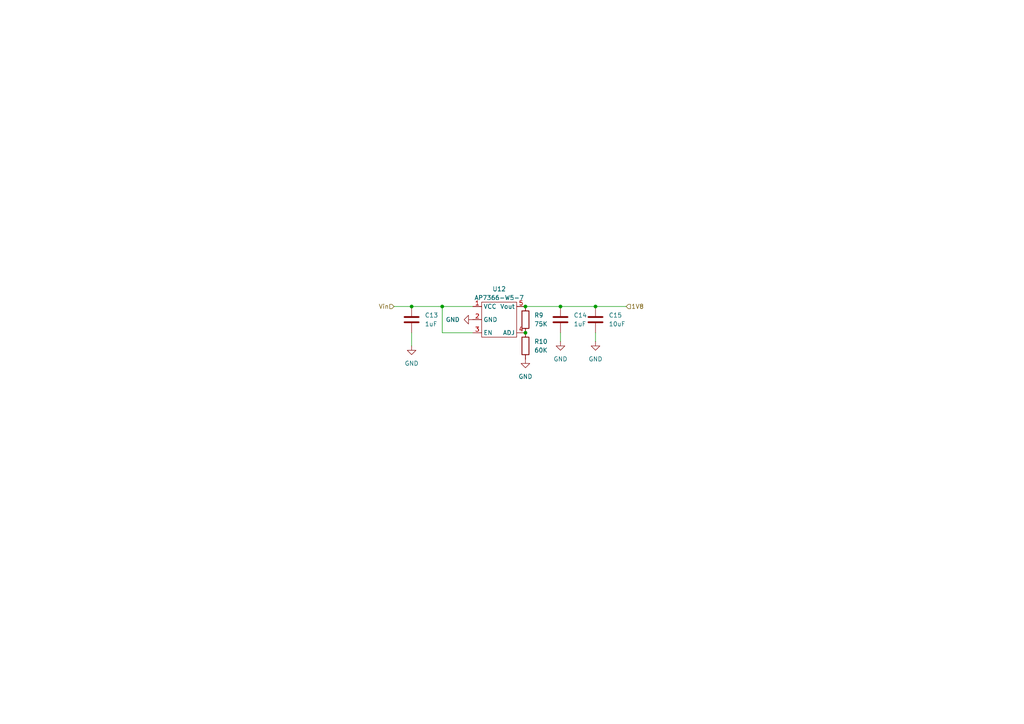
<source format=kicad_sch>
(kicad_sch (version 20231120) (generator "eeschema") (generator_version "8.0")
  (paper "A4")
  (lib_symbols
    (symbol "AP7366_SOT_25:AP7366_SOT25"
      (property "Reference" "U" (at 0 5.334 0))
      (symbol "AP7366_SOT25_0_1"
        (rectangle (start -5.08 3.81) (end 5.08 -6.35))
      )
      (symbol "AP7366_SOT25_1_1"
        (pin power_in line (at -7.62 2.54 0) (length 2.54) (name "VCC") (number "1"))
        (pin power_in line (at -7.62 -1.27 0) (length 2.54) (name "GND") (number "2"))
        (pin input line (at -7.62 -5.08 0) (length 2.54) (name "EN") (number "3"))
        (pin power_in line (at 7.62 -5.08 180) (length 2.54) (name "ADJ") (number "4"))
        (pin power_in line (at 7.62 2.54 180) (length 2.54) (name "Vout") (number "5"))
      )
    )
    (symbol "Device:C" (pin_numbers hide) (pin_names (offset 0.254))
      (property "Reference" "C" (at 0.635 2.54 0))
      (property "Value" "C" (at 0.635 -2.54 0))
      (symbol "C_0_1"
        (polyline (pts (xy -2.032 -0.762) (xy 2.032 -0.762)) (stroke (width 0.508)))
        (polyline (pts (xy -2.032 0.762) (xy 2.032 0.762)) (stroke (width 0.508)))
      )
      (symbol "C_1_1"
        (pin passive line (at 0 3.81 270) (length 2.794) (name "~") (number "1"))
        (pin passive line (at 0 -3.81 90) (length 2.794) (name "~") (number "2"))
      )
    )
    (symbol "Device:R" (pin_numbers hide) (pin_names (offset 0))
      (property "Reference" "R" (at 2.032 0 90))
      (property "Value" "R" (at 0 0 90))
      (symbol "R_0_1"
        (rectangle (start -1.016 -2.54) (end 1.016 2.54) (stroke (width 0.254)))
      )
      (symbol "R_1_1"
        (pin passive line (at 0 3.81 270) (length 1.27) (name "~") (number "1"))
        (pin passive line (at 0 -3.81 90) (length 1.27) (name "~") (number "2"))
      )
    )
    (symbol "power:GND" (power) (pin_numbers hide) (pin_names (offset 0) hide)
      (property "Value" "GND" (at 0 -3.81 0))
      (symbol "GND_0_1"
        (polyline (pts (xy 0 0) (xy 0 -1.27) (xy 1.27 -1.27) (xy 0 -2.54) (xy -1.27 -1.27) (xy 0 -1.27)))
      )
      (symbol "GND_1_1"
        (pin power_in line (at 0 0 270) (length 0) (name "~") (number "1"))
      )
    )
  )
  (junction (at 128.27 88.9))
  (junction (at 152.4 96.52))
  (junction (at 162.56 88.9))
  (junction (at 119.38 88.9))
  (junction (at 152.4 88.9))
  (junction (at 172.72 88.9))
  (wire (pts (xy 119.38 96.52) (xy 119.38 100.33)))
  (wire (pts (xy 152.4 88.9) (xy 162.56 88.9)))
  (wire (pts (xy 162.56 96.52) (xy 162.56 99.06)))
  (wire (pts (xy 119.38 88.9) (xy 128.27 88.9)))
  (wire (pts (xy 172.72 96.52) (xy 172.72 99.06)))
  (wire (pts (xy 128.27 88.9) (xy 137.16 88.9)))
  (wire (pts (xy 172.72 88.9) (xy 181.61 88.9)))
  (wire (pts (xy 128.27 96.52) (xy 128.27 88.9)))
  (wire (pts (xy 137.16 96.52) (xy 128.27 96.52)))
  (wire (pts (xy 172.72 88.9) (xy 162.56 88.9)))
  (wire (pts (xy 114.3 88.9) (xy 119.38 88.9)))
  (hierarchical_label "1V8" (shape input) (at 181.61 88.9 0))
  (hierarchical_label "Vin" (shape input) (at 114.3 88.9 180))
  (symbol (lib_id "AP7366_SOT_25:AP7366_SOT25") (at 144.78 91.44 0) (unit 1)
    (property "Reference" "U12" (at 144.78 83.82 0))
    (property "Value" "AP7366-W5-7" (at 144.78 86.36 0))
    (property "Footprint" "AP7366-SOT25:AP7366" (effects (hide yes)))
  )
  (symbol (lib_id "power:GND") (at 162.56 99.06 0) (unit 1)
    (property "Reference" "#PWR063" (effects (hide yes)))
    (property "Value" "GND" (at 162.56 104.14 0))
    (property "Description" "Power symbol creates a global label with name \"GND\" , ground" (effects (hide yes)))
  )
  (symbol (lib_id "Device:C") (at 162.56 92.71 0) (unit 1)
    (property "Reference" "C14" (at 166.37 91.4399 0) (effects (justify left)))
    (property "Value" "1uF" (at 166.37 93.9799 0) (effects (justify left)))
    (property "Footprint" "Resistor_SMD:R_0603_1608Metric" (effects (hide yes)))
    (property "Description" "Unpolarized capacitor" (effects (hide yes)))
  )
  (symbol (lib_id "power:GND") (at 172.72 99.06 0) (unit 1)
    (property "Reference" "#PWR065" (effects (hide yes)))
    (property "Value" "GND" (at 172.72 104.14 0))
    (property "Description" "Power symbol creates a global label with name \"GND\" , ground" (effects (hide yes)))
  )
  (symbol (lib_id "Device:R") (at 152.4 100.33 0) (unit 1)
    (property "Reference" "R10" (at 154.94 99.0599 0) (effects (justify left)))
    (property "Value" "60K" (at 154.94 101.5999 0) (effects (justify left)))
    (property "Footprint" "Resistor_SMD:R_0603_1608Metric" (effects (hide yes)))
    (property "Description" "Resistor" (effects (hide yes)))
  )
  (symbol (lib_id "power:GND") (at 137.16 92.71 270) (unit 1)
    (property "Reference" "#PWR059" (effects (hide yes)))
    (property "Value" "GND" (at 133.35 92.7099 90) (effects (justify right)))
    (property "Description" "Power symbol creates a global label with name \"GND\" , ground" (effects (hide yes)))
  )
  (symbol (lib_id "Device:C") (at 119.38 92.71 0) (unit 1)
    (property "Reference" "C13" (at 123.19 91.4399 0) (effects (justify left)))
    (property "Value" "1uF" (at 123.19 93.9799 0) (effects (justify left)))
    (property "Footprint" "Resistor_SMD:R_0603_1608Metric" (effects (hide yes)))
    (property "Description" "Unpolarized capacitor" (effects (hide yes)))
  )
  (symbol (lib_id "Device:C") (at 172.72 92.71 0) (unit 1)
    (property "Reference" "C15" (at 176.53 91.4399 0) (effects (justify left)))
    (property "Value" "10uF" (at 176.53 93.9799 0) (effects (justify left)))
    (property "Footprint" "Capacitor_SMD:C_0603_1608Metric" (effects (hide yes)))
    (property "Description" "Unpolarized capacitor" (effects (hide yes)))
  )
  (symbol (lib_id "power:GND") (at 152.4 104.14 0) (unit 1)
    (property "Reference" "#PWR062" (effects (hide yes)))
    (property "Value" "GND" (at 152.4 109.22 0))
    (property "Description" "Power symbol creates a global label with name \"GND\" , ground" (effects (hide yes)))
  )
  (symbol (lib_id "Device:R") (at 152.4 92.71 0) (unit 1)
    (property "Reference" "R9" (at 154.94 91.4399 0) (effects (justify left)))
    (property "Value" "75K" (at 154.94 93.9799 0) (effects (justify left)))
    (property "Footprint" "Resistor_SMD:R_0603_1608Metric" (effects (hide yes)))
    (property "Description" "Resistor" (effects (hide yes)))
  )
  (symbol (lib_id "power:GND") (at 119.38 100.33 0) (unit 1)
    (property "Reference" "#PWR058" (effects (hide yes)))
    (property "Value" "GND" (at 119.38 105.41 0))
    (property "Description" "Power symbol creates a global label with name \"GND\" , ground" (effects (hide yes)))
  )
)
</source>
